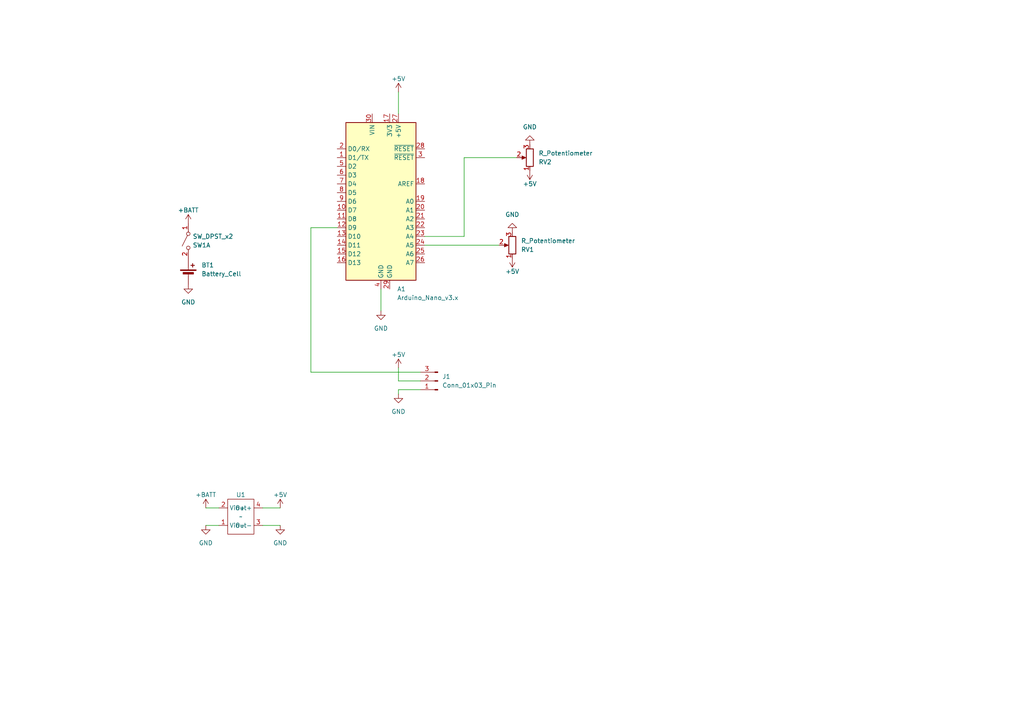
<source format=kicad_sch>
(kicad_sch (version 20250114) (generator "eeschema") (generator_version "9.0")
  (paper "A4")
  (lib_symbols
    (symbol "+12V_1" (power) (pin_names (offset 0))
      (property "Value" "+12V" (at 0 3.556 0))
      (symbol "+12V_1_0_1"
        (polyline (pts (xy -0.762 1.27) (xy 0 2.54)))
        (polyline (pts (xy 0 2.54) (xy 0.762 1.27)))
        (polyline (pts (xy 0 0) (xy 0 2.54)))
      )
      (symbol "+12V_1_1_1"
        (pin power_in line (at 0 0 90) (length 0) (hide yes) (name "+12V") (number "1"))
      )
    )
    (symbol "+12V_2" (power) (pin_names (offset 0))
      (property "Value" "+12V" (at 0 3.556 0))
      (symbol "+12V_2_0_1"
        (polyline (pts (xy -0.762 1.27) (xy 0 2.54)))
        (polyline (pts (xy 0 2.54) (xy 0.762 1.27)))
        (polyline (pts (xy 0 0) (xy 0 2.54)))
      )
      (symbol "+12V_2_1_1"
        (pin power_in line (at 0 0 90) (length 0) (hide yes) (name "+12V") (number "1"))
      )
    )
    (symbol "+12V_3" (power) (pin_names (offset 0))
      (property "Value" "+12V" (at 0 3.556 0))
      (symbol "+12V_3_0_1"
        (polyline (pts (xy -0.762 1.27) (xy 0 2.54)))
        (polyline (pts (xy 0 2.54) (xy 0.762 1.27)))
        (polyline (pts (xy 0 0) (xy 0 2.54)))
      )
      (symbol "+12V_3_1_1"
        (pin power_in line (at 0 0 90) (length 0) (hide yes) (name "+12V") (number "1"))
      )
    )
    (symbol "+12V_4" (power) (pin_names (offset 0))
      (property "Value" "+12V" (at 0 3.556 0))
      (symbol "+12V_4_0_1"
        (polyline (pts (xy -0.762 1.27) (xy 0 2.54)))
        (polyline (pts (xy 0 2.54) (xy 0.762 1.27)))
        (polyline (pts (xy 0 0) (xy 0 2.54)))
      )
      (symbol "+12V_4_1_1"
        (pin power_in line (at 0 0 90) (length 0) (hide yes) (name "+12V") (number "1"))
      )
    )
    (symbol "+BATT_1" (power) (pin_names (offset 0))
      (property "Value" "+BATT" (at 0 3.556 0))
      (symbol "+BATT_1_0_1"
        (polyline (pts (xy -0.762 1.27) (xy 0 2.54)))
        (polyline (pts (xy 0 2.54) (xy 0.762 1.27)))
        (polyline (pts (xy 0 0) (xy 0 2.54)))
      )
      (symbol "+BATT_1_1_1"
        (pin power_in line (at 0 0 90) (length 0) (hide yes) (name "+BATT") (number "1"))
      )
    )
    (symbol "Connector:Conn_01x03_Pin" (pin_names (offset 1.016) (hide yes))
      (property "Reference" "J" (at 0 5.08 0))
      (property "Value" "Conn_01x03_Pin" (at 0 -5.08 0))
      (symbol "Conn_01x03_Pin_1_1"
        (rectangle (start 0.8636 2.667) (end 0 2.413) (stroke (width 0.1524)) (fill (type outline)))
        (rectangle (start 0.8636 0.127) (end 0 -0.127) (stroke (width 0.1524)) (fill (type outline)))
        (rectangle (start 0.8636 -2.413) (end 0 -2.667) (stroke (width 0.1524)) (fill (type outline)))
        (polyline (pts (xy 1.27 2.54) (xy 0.8636 2.54)) (stroke (width 0.1524)))
        (polyline (pts (xy 1.27 0) (xy 0.8636 0)) (stroke (width 0.1524)))
        (polyline (pts (xy 1.27 -2.54) (xy 0.8636 -2.54)) (stroke (width 0.1524)))
        (pin passive line (at 5.08 2.54 180) (length 3.81) (name "Pin_1") (number "1"))
        (pin passive line (at 5.08 0 180) (length 3.81) (name "Pin_2") (number "2"))
        (pin passive line (at 5.08 -2.54 180) (length 3.81) (name "Pin_3") (number "3"))
      )
    )
    (symbol "Device:Battery_Cell" (pin_numbers (hide yes)) (pin_names (offset 0) (hide yes))
      (property "Reference" "BT" (at 2.54 2.54 0))
      (property "Value" "Battery_Cell" (at 2.54 0 0))
      (symbol "Battery_Cell_0_1"
        (rectangle (start -2.286 1.778) (end 2.286 1.524) (fill (type outline)))
        (rectangle (start -1.524 1.016) (end 1.524 0.508) (fill (type outline)))
        (polyline (pts (xy 0 1.778) (xy 0 2.54)))
        (polyline (pts (xy 0 0.762) (xy 0 0)))
        (polyline (pts (xy 0.762 3.048) (xy 1.778 3.048)) (stroke (width 0.254)))
        (polyline (pts (xy 1.27 3.556) (xy 1.27 2.54)) (stroke (width 0.254)))
      )
      (symbol "Battery_Cell_1_1"
        (pin passive line (at 0 5.08 270) (length 2.54) (name "+") (number "1"))
        (pin passive line (at 0 -2.54 90) (length 2.54) (name "-") (number "2"))
      )
    )
    (symbol "Device:R_Potentiometer" (pin_names (offset 1.016) (hide yes))
      (property "Reference" "RV" (at -4.445 0 90))
      (property "Value" "R_Potentiometer" (at -2.54 0 90))
      (symbol "R_Potentiometer_0_1"
        (rectangle (start 1.016 2.54) (end -1.016 -2.54) (stroke (width 0.254)))
        (polyline (pts (xy 1.143 0) (xy 2.286 0.508) (xy 2.286 -0.508) (xy 1.143 0)) (fill (type outline)))
        (polyline (pts (xy 2.54 0) (xy 1.524 0)))
      )
      (symbol "R_Potentiometer_1_1"
        (pin passive line (at 0 3.81 270) (length 1.27) (name "1") (number "1"))
        (pin passive line (at 0 -3.81 90) (length 1.27) (name "3") (number "3"))
        (pin passive line (at 3.81 0 180) (length 1.27) (name "2") (number "2"))
      )
    )
    (symbol "GND_1" (power) (pin_names (offset 0))
      (property "Value" "GND" (at 0 -3.81 0))
      (symbol "GND_1_0_1"
        (polyline (pts (xy 0 0) (xy 0 -1.27) (xy 1.27 -1.27) (xy 0 -2.54) (xy -1.27 -1.27) (xy 0 -1.27)))
      )
      (symbol "GND_1_1_1"
        (pin power_in line (at 0 0 270) (length 0) (hide yes) (name "GND") (number "1"))
      )
    )
    (symbol "GND_2" (power) (pin_names (offset 0))
      (property "Value" "GND" (at 0 -3.81 0))
      (symbol "GND_2_0_1"
        (polyline (pts (xy 0 0) (xy 0 -1.27) (xy 1.27 -1.27) (xy 0 -2.54) (xy -1.27 -1.27) (xy 0 -1.27)))
      )
      (symbol "GND_2_1_1"
        (pin power_in line (at 0 0 270) (length 0) (hide yes) (name "GND") (number "1"))
      )
    )
    (symbol "GND_3" (power) (pin_names (offset 0))
      (property "Value" "GND" (at 0 -3.81 0))
      (symbol "GND_3_0_1"
        (polyline (pts (xy 0 0) (xy 0 -1.27) (xy 1.27 -1.27) (xy 0 -2.54) (xy -1.27 -1.27) (xy 0 -1.27)))
      )
      (symbol "GND_3_1_1"
        (pin power_in line (at 0 0 270) (length 0) (hide yes) (name "GND") (number "1"))
      )
    )
    (symbol "GND_4" (power) (pin_names (offset 0))
      (property "Value" "GND" (at 0 -3.81 0))
      (symbol "GND_4_0_1"
        (polyline (pts (xy 0 0) (xy 0 -1.27) (xy 1.27 -1.27) (xy 0 -2.54) (xy -1.27 -1.27) (xy 0 -1.27)))
      )
      (symbol "GND_4_1_1"
        (pin power_in line (at 0 0 270) (length 0) (hide yes) (name "GND") (number "1"))
      )
    )
    (symbol "GND_5" (power) (pin_names (offset 0))
      (property "Value" "GND" (at 0 -3.81 0))
      (symbol "GND_5_0_1"
        (polyline (pts (xy 0 0) (xy 0 -1.27) (xy 1.27 -1.27) (xy 0 -2.54) (xy -1.27 -1.27) (xy 0 -1.27)))
      )
      (symbol "GND_5_1_1"
        (pin power_in line (at 0 0 270) (length 0) (hide yes) (name "GND") (number "1"))
      )
    )
    (symbol "GND_6" (power) (pin_names (offset 0))
      (property "Value" "GND" (at 0 -3.81 0))
      (symbol "GND_6_0_1"
        (polyline (pts (xy 0 0) (xy 0 -1.27) (xy 1.27 -1.27) (xy 0 -2.54) (xy -1.27 -1.27) (xy 0 -1.27)))
      )
      (symbol "GND_6_1_1"
        (pin power_in line (at 0 0 270) (length 0) (hide yes) (name "GND") (number "1"))
      )
    )
    (symbol "MCU_Module:Arduino_Nano_v3.x"
      (property "Reference" "A" (at -10.16 23.495 0))
      (property "Value" "Arduino_Nano_v3.x" (at 5.08 -24.13 0))
      (symbol "Arduino_Nano_v3.x_0_1"
        (rectangle (start -10.16 22.86) (end 10.16 -22.86) (stroke (width 0.254)) (fill (type background)))
      )
      (symbol "Arduino_Nano_v3.x_1_1"
        (pin bidirectional line (at -12.7 15.24 0) (length 2.54) (name "D0/RX") (number "2"))
        (pin bidirectional line (at -12.7 12.7 0) (length 2.54) (name "D1/TX") (number "1"))
        (pin bidirectional line (at -12.7 10.16 0) (length 2.54) (name "D2") (number "5"))
        (pin bidirectional line (at -12.7 7.62 0) (length 2.54) (name "D3") (number "6"))
        (pin bidirectional line (at -12.7 5.08 0) (length 2.54) (name "D4") (number "7"))
        (pin bidirectional line (at -12.7 2.54 0) (length 2.54) (name "D5") (number "8"))
        (pin bidirectional line (at -12.7 0 0) (length 2.54) (name "D6") (number "9"))
        (pin bidirectional line (at -12.7 -2.54 0) (length 2.54) (name "D7") (number "10"))
        (pin bidirectional line (at -12.7 -5.08 0) (length 2.54) (name "D8") (number "11"))
        (pin bidirectional line (at -12.7 -7.62 0) (length 2.54) (name "D9") (number "12"))
        (pin bidirectional line (at -12.7 -10.16 0) (length 2.54) (name "D10") (number "13"))
        (pin bidirectional line (at -12.7 -12.7 0) (length 2.54) (name "D11") (number "14"))
        (pin bidirectional line (at -12.7 -15.24 0) (length 2.54) (name "D12") (number "15"))
        (pin bidirectional line (at -12.7 -17.78 0) (length 2.54) (name "D13") (number "16"))
        (pin power_in line (at -2.54 25.4 270) (length 2.54) (name "VIN") (number "30"))
        (pin power_in line (at 0 -25.4 90) (length 2.54) (name "GND") (number "4"))
        (pin power_out line (at 2.54 25.4 270) (length 2.54) (name "3V3") (number "17"))
        (pin power_in line (at 2.54 -25.4 90) (length 2.54) (name "GND") (number "29"))
        (pin power_out line (at 5.08 25.4 270) (length 2.54) (name "+5V") (number "27"))
        (pin input line (at 12.7 15.24 180) (length 2.54) (name "~{RESET}") (number "28"))
        (pin input line (at 12.7 12.7 180) (length 2.54) (name "~{RESET}") (number "3"))
        (pin input line (at 12.7 5.08 180) (length 2.54) (name "AREF") (number "18"))
        (pin bidirectional line (at 12.7 0 180) (length 2.54) (name "A0") (number "19"))
        (pin bidirectional line (at 12.7 -2.54 180) (length 2.54) (name "A1") (number "20"))
        (pin bidirectional line (at 12.7 -5.08 180) (length 2.54) (name "A2") (number "21"))
        (pin bidirectional line (at 12.7 -7.62 180) (length 2.54) (name "A3") (number "22"))
        (pin bidirectional line (at 12.7 -10.16 180) (length 2.54) (name "A4") (number "23"))
        (pin bidirectional line (at 12.7 -12.7 180) (length 2.54) (name "A5") (number "24"))
        (pin bidirectional line (at 12.7 -15.24 180) (length 2.54) (name "A6") (number "25"))
        (pin bidirectional line (at 12.7 -17.78 180) (length 2.54) (name "A7") (number "26"))
      )
    )
    (symbol "Switch:SW_DPST_x2" (pin_names (offset 0) (hide yes))
      (property "Reference" "SW" (at 0 3.175 0))
      (property "Value" "SW_DPST_x2" (at 0 -2.54 0))
      (symbol "SW_DPST_x2_0_0"
        (circle (center -2.032 0) (radius 0.508))
        (polyline (pts (xy -1.524 0.254) (xy 1.524 1.778)))
        (circle (center 2.032 0) (radius 0.508))
      )
      (symbol "SW_DPST_x2_1_1"
        (pin passive line (at -5.08 0 0) (length 2.54) (name "A") (number "1"))
        (pin passive line (at 5.08 0 180) (length 2.54) (name "B") (number "2"))
      )
      (symbol "SW_DPST_x2_2_1"
        (pin passive line (at -5.08 0 0) (length 2.54) (name "A") (number "3"))
        (pin passive line (at 5.08 0 180) (length 2.54) (name "B") (number "4"))
      )
    )
    (symbol "chinese_modules:dc-dc"
      (property "Reference" "U1" (at 0 6.35 0))
      (property "Value" "~" (at 0 0 0))
      (symbol "dc-dc_0_1"
        (rectangle (start -3.81 5.08) (end 3.81 -5.08))
      )
      (symbol "dc-dc_1_1"
        (pin power_in line (at -6.35 2.54 0) (length 2.54) (name "Vin+") (number "2"))
        (pin power_in line (at -6.35 -2.54 0) (length 2.54) (name "Vin-") (number "1"))
        (pin power_out line (at 6.35 2.54 180) (length 2.54) (name "Out+") (number "4"))
        (pin power_out line (at 6.35 -2.54 180) (length 2.54) (name "Out-") (number "3"))
      )
    )
    (symbol "power:+12V" (power) (pin_names (offset 0))
      (property "Value" "+12V" (at 0 3.556 0))
      (symbol "+12V_0_1"
        (polyline (pts (xy -0.762 1.27) (xy 0 2.54)))
        (polyline (pts (xy 0 2.54) (xy 0.762 1.27)))
        (polyline (pts (xy 0 0) (xy 0 2.54)))
      )
      (symbol "+12V_1_1"
        (pin power_in line (at 0 0 90) (length 0) (hide yes) (name "+12V") (number "1"))
      )
    )
    (symbol "power:+BATT" (power) (pin_names (offset 0))
      (property "Value" "+BATT" (at 0 3.556 0))
      (symbol "+BATT_0_1"
        (polyline (pts (xy -0.762 1.27) (xy 0 2.54)))
        (polyline (pts (xy 0 2.54) (xy 0.762 1.27)))
        (polyline (pts (xy 0 0) (xy 0 2.54)))
      )
      (symbol "+BATT_1_1"
        (pin power_in line (at 0 0 90) (length 0) (hide yes) (name "+BATT") (number "1"))
      )
    )
    (symbol "power:GND" (power) (pin_names (offset 0))
      (property "Value" "GND" (at 0 -3.81 0))
      (symbol "GND_0_1"
        (polyline (pts (xy 0 0) (xy 0 -1.27) (xy 1.27 -1.27) (xy 0 -2.54) (xy -1.27 -1.27) (xy 0 -1.27)))
      )
      (symbol "GND_1_1"
        (pin power_in line (at 0 0 270) (length 0) (hide yes) (name "GND") (number "1"))
      )
    )
  )
  (wire (pts (xy 115.57 113.03) (xy 121.92 113.03)))
  (wire (pts (xy 115.57 106.68) (xy 115.57 110.49)))
  (wire (pts (xy 123.19 71.12) (xy 144.78 71.12)))
  (wire (pts (xy 90.17 66.04) (xy 90.17 107.95)))
  (wire (pts (xy 90.17 107.95) (xy 121.92 107.95)))
  (wire (pts (xy 134.62 45.72) (xy 149.86 45.72)))
  (wire (pts (xy 115.57 110.49) (xy 121.92 110.49)))
  (wire (pts (xy 110.49 83.82) (xy 110.49 90.17)))
  (wire (pts (xy 97.79 66.04) (xy 90.17 66.04)))
  (wire (pts (xy 123.19 68.58) (xy 134.62 68.58)))
  (wire (pts (xy 134.62 45.72) (xy 134.62 68.58)))
  (wire (pts (xy 59.69 147.32) (xy 63.5 147.32)))
  (wire (pts (xy 115.57 114.3) (xy 115.57 113.03)))
  (wire (pts (xy 76.2 152.4) (xy 81.28 152.4)))
  (wire (pts (xy 76.2 147.32) (xy 81.28 147.32)))
  (wire (pts (xy 115.57 26.67) (xy 115.57 33.02)))
  (wire (pts (xy 59.69 152.4) (xy 63.5 152.4)))
  (symbol (lib_id "Device:R_Potentiometer") (at 153.67 45.72 180) (unit 1)
    (property "Reference" "RV2" (at 156.21 46.9901 0) (effects (justify right)))
    (property "Value" "R_Potentiometer" (at 156.21 44.4501 0) (effects (justify right)))
    (property "Footprint" "Potentiometer_THT:Potentiometer_Piher_T-16H_Single_Horizontal" (effects (hide yes)))
    (property "Description" "Potentiometer" (effects (hide yes)))
  )
  (symbol (lib_name "GND_2") (lib_id "power:GND") (at 110.49 90.17 0) (unit 1)
    (property "Reference" "#PWR013" (effects (hide yes)))
    (property "Value" "GND" (at 110.49 95.25 0))
  )
  (symbol (lib_name "GND_5") (lib_id "power:GND") (at 148.59 67.31 180) (unit 1)
    (property "Reference" "#PWR05" (effects (hide yes)))
    (property "Value" "GND" (at 148.59 62.23 0))
  )
  (symbol (lib_name "+12V_2") (lib_id "power:+12V") (at 115.57 106.68 0) (unit 1)
    (property "Reference" "#PWR010" (effects (hide yes)))
    (property "Value" "+5V" (at 115.57 102.87 0))
  )
  (symbol (lib_id "Device:Battery_Cell") (at 54.61 80.01 0) (unit 1)
    (property "Reference" "BT1" (at 58.42 76.8984 0) (effects (justify left)))
    (property "Value" "Battery_Cell" (at 58.42 79.4384 0) (effects (justify left)))
    (property "Footprint" "Battery:BatteryHolder_MPD_BH-18650-PC" (effects (hide yes)))
    (property "Description" "Single-cell battery" (effects (hide yes)))
  )
  (symbol (lib_name "GND_6") (lib_id "power:GND") (at 81.28 152.4 0) (unit 1)
    (property "Reference" "#PWR08" (effects (hide yes)))
    (property "Value" "GND" (at 81.28 157.48 0))
  )
  (symbol (lib_id "Connector:Conn_01x03_Pin") (at 127 110.49 180) (unit 1)
    (property "Reference" "J1" (at 128.27 109.2199 0) (effects (justify right)))
    (property "Value" "Conn_01x03_Pin" (at 128.27 111.7599 0) (effects (justify right)))
    (property "Footprint" "Connector_PinHeader_2.54mm:PinHeader_1x03_P2.54mm_Vertical" (effects (hide yes)))
    (property "Description" "Generic connector, single row, 01x03, script generated" (effects (hide yes)))
  )
  (symbol (lib_id "Device:R_Potentiometer") (at 148.59 71.12 180) (unit 1)
    (property "Reference" "RV1" (at 151.13 72.3901 0) (effects (justify right)))
    (property "Value" "R_Potentiometer" (at 151.13 69.8501 0) (effects (justify right)))
    (property "Footprint" "Potentiometer_THT:Potentiometer_Piher_T-16H_Single_Horizontal" (effects (hide yes)))
    (property "Description" "Potentiometer" (effects (hide yes)))
  )
  (symbol (lib_name "+BATT_1") (lib_id "power:+BATT") (at 54.61 64.77 0) (unit 1)
    (property "Reference" "#PWR01" (effects (hide yes)))
    (property "Value" "+BATT" (at 54.61 60.96 0))
  )
  (symbol (lib_id "power:+12V") (at 81.28 147.32 0) (unit 1)
    (property "Reference" "#PWR02" (effects (hide yes)))
    (property "Value" "+5V" (at 81.28 143.51 0))
  )
  (symbol (lib_id "power:+BATT") (at 59.69 147.32 0) (unit 1)
    (property "Reference" "#PWR014" (effects (hide yes)))
    (property "Value" "+BATT" (at 59.69 143.51 0))
  )
  (symbol (lib_name "+12V_1") (lib_id "power:+12V") (at 153.67 49.53 180) (unit 1)
    (property "Reference" "#PWR06" (effects (hide yes)))
    (property "Value" "+5V" (at 153.67 53.34 0))
  )
  (symbol (lib_name "+12V_4") (lib_id "power:+12V") (at 148.59 74.93 180) (unit 1)
    (property "Reference" "#PWR04" (effects (hide yes)))
    (property "Value" "+5V" (at 148.59 78.74 0))
  )
  (symbol (lib_name "+12V_3") (lib_id "power:+12V") (at 115.57 26.67 0) (unit 1)
    (property "Reference" "#PWR012" (effects (hide yes)))
    (property "Value" "+5V" (at 115.57 22.86 0))
  )
  (symbol (lib_name "GND_4") (lib_id "power:GND") (at 54.61 82.55 0) (unit 1)
    (property "Reference" "#PWR03" (effects (hide yes)))
    (property "Value" "GND" (at 54.61 87.63 0))
  )
  (symbol (lib_name "GND_1") (lib_id "power:GND") (at 115.57 114.3 0) (unit 1)
    (property "Reference" "#PWR011" (effects (hide yes)))
    (property "Value" "GND" (at 115.57 119.38 0))
  )
  (symbol (lib_name "GND_3") (lib_id "power:GND") (at 153.67 41.91 180) (unit 1)
    (property "Reference" "#PWR09" (effects (hide yes)))
    (property "Value" "GND" (at 153.67 36.83 0))
  )
  (symbol (lib_id "MCU_Module:Arduino_Nano_v3.x") (at 110.49 58.42 0) (unit 1)
    (property "Reference" "A1" (at 115.1733 83.82 0) (effects (justify left)))
    (property "Value" "Arduino_Nano_v3.x" (at 115.1733 86.36 0) (effects (justify left)))
    (property "Footprint" "Module:Arduino_Nano" (effects (hide yes)))
    (property "Datasheet" "http://www.mouser.com/pdfdocs/Gravitech_Arduino_Nano3_0.pdf" (effects (hide yes)))
    (property "Description" "Arduino Nano v3.x" (effects (hide yes)))
  )
  (symbol (lib_id "Switch:SW_DPST_x2") (at 54.61 69.85 90) (mirror x) (unit 1)
    (property "Reference" "SW1" (at 55.88 71.1201 90) (effects (justify right)))
    (property "Value" "SW_DPST_x2" (at 55.88 68.5801 90) (effects (justify right)))
    (property "Footprint" "Connector_PinSocket_2.54mm:PinSocket_1x02_P2.54mm_Vertical" (effects (hide yes)))
    (property "Description" "Single Pole Single Throw (SPST) switch, separate symbol" (effects (hide yes)))
  )
  (symbol (lib_id "power:GND") (at 59.69 152.4 0) (unit 1)
    (property "Reference" "#PWR07" (effects (hide yes)))
    (property "Value" "GND" (at 59.69 157.48 0))
  )
  (symbol (lib_id "chinese_modules:dc-dc") (at 69.85 149.86 0) (unit 1)
    (property "Reference" "U1" (at 69.85 143.51 0))
    (property "Value" "~" (at 69.85 149.86 0))
    (property "Footprint" "chinese_modules:dc-dc module" (effects (hide yes)))
  )
)
</source>
